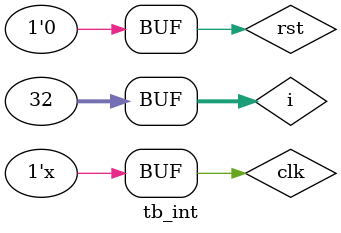
<source format=v>
`timescale 1ns / 1ps

module tb_fp();

    // for my IP
    reg [32 - 1 : 0] ain;
    reg [32 - 1 : 0] bin;
    reg [32 - 1 : 0] cin;
    reg rst;
    reg clk;
    wire [32 - 1 : 0] res;
    wire dvalid;
    reg [7 : 0] exp1;
    reg [7 : 0] exp2;
    reg [7 : 0] exp3;
    reg [22 : 0] man1;
    reg [22 : 0] man2;
    reg [22 : 0] man3;
    
    // for test
    integer i;
    // random test vector generation
    initial begin
        clk <= 0;
        rst <= 0;
        for(i = 0; i < 32; i = i + 1) begin
            exp1 = $urandom%(2 ** 7) + 8'd127; // 127 ~ 254
            exp2 = $urandom%(2 ** 7);          //   0 ~ 127
            exp3 = exp1 + exp2 - 8'd127;       //   0 ~ 254
            man1 = $urandom%(2 ** 23);
            man2 = $urandom%(2 ** 23);
            man3 = $urandom%(2 ** 23);
            
            ain = {1'b0, exp1, man1};
            bin = {1'b0, exp2, man2};
            cin = {1'b0, exp3, man3};
            #20;
        end
    end
    
    always #5 clk = ~clk;
    
    floating_point_MAC UUT(
        .aclk(clk),
        .aresetn(~rst),
        .s_axis_a_tvalid(1'b1),
        .s_axis_b_tvalid(1'b1),
        .s_axis_c_tvalid(1'b1),
        .s_axis_a_tdata(ain),
        .s_axis_b_tdata(bin),
        .s_axis_c_tdata(cin),
        .m_axis_result_tvalid(dvalid),
        .m_axis_result_tdata(res)
    );
    
endmodule

module tb_int();

    // for my IP
    reg [32 - 1 : 0] ain;
    reg [32 - 1 : 0] bin;
    reg [32 - 1 : 0] cin;
    reg rst;
    reg clk;
    wire [32 - 1 : 0] res;
    
    // for test
    integer i;
    // random test vector generation
    initial begin
        clk <= 0;
        rst <= 1;
        #20;
        rst <= 0;
        for(i = 0; i < 32; i = i + 1) begin            
            ain <= $urandom%(2 ** 16);
            bin <= $urandom%(2 ** 16);
            cin <= $urandom%(2 ** 31);
            #20;
        end
    end
    
    always #5 clk <= ~clk;
    
    integer_MAC UDT(
        .CLK(clk),
        .CE(1'b1),
        .SCLR(rst),
        .A(ain),
        .B(bin),
        .C(cin),
        .SUBTRACT(1'b0),
        .P(res)
    );
    
endmodule

</source>
